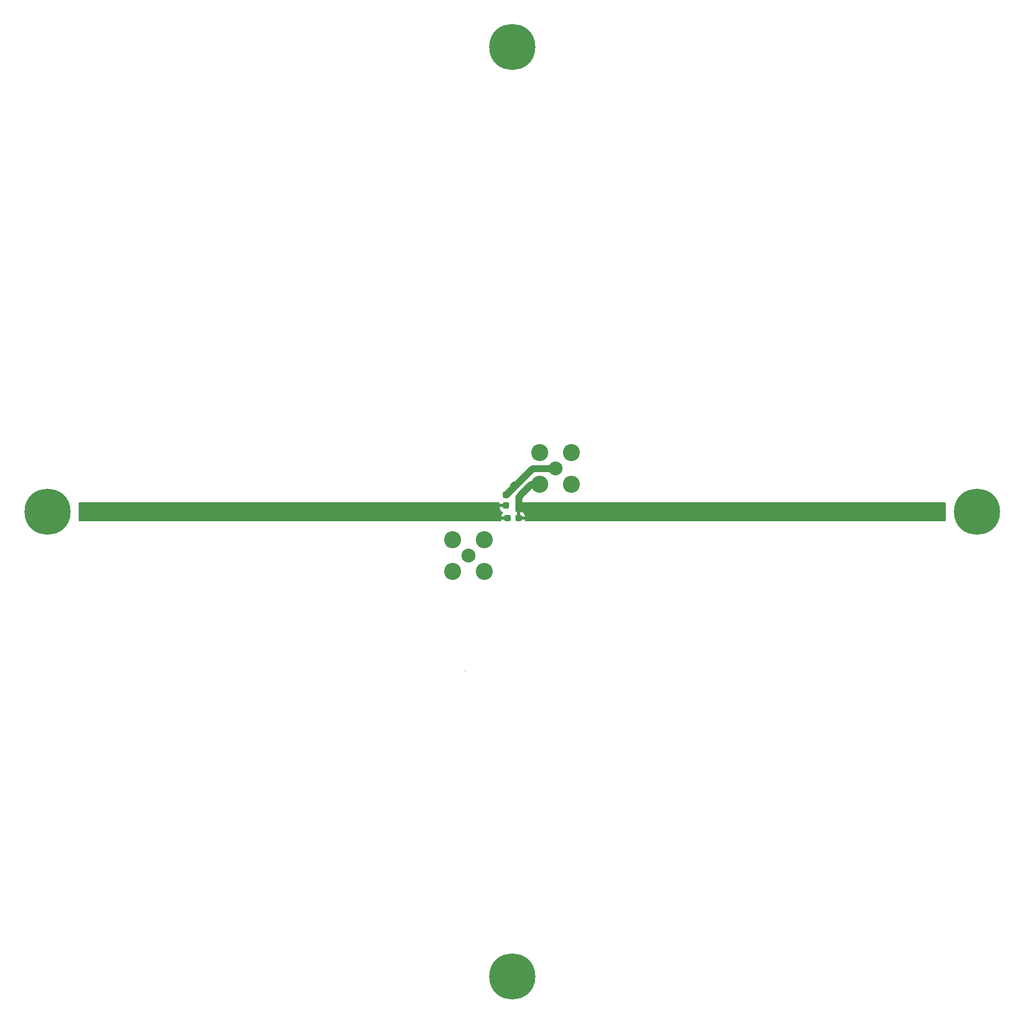
<source format=gbr>
%TF.GenerationSoftware,KiCad,Pcbnew,6.0.9+dfsg-1*%
%TF.CreationDate,2022-11-12T19:52:31+00:00*%
%TF.ProjectId,antenna,616e7465-6e6e-4612-9e6b-696361645f70,rev?*%
%TF.SameCoordinates,Original*%
%TF.FileFunction,Copper,L1,Top*%
%TF.FilePolarity,Positive*%
%FSLAX46Y46*%
G04 Gerber Fmt 4.6, Leading zero omitted, Abs format (unit mm)*
G04 Created by KiCad (PCBNEW 6.0.9+dfsg-1) date 2022-11-12 19:52:31*
%MOMM*%
%LPD*%
G01*
G04 APERTURE LIST*
G04 Aperture macros list*
%AMRoundRect*
0 Rectangle with rounded corners*
0 $1 Rounding radius*
0 $2 $3 $4 $5 $6 $7 $8 $9 X,Y pos of 4 corners*
0 Add a 4 corners polygon primitive as box body*
4,1,4,$2,$3,$4,$5,$6,$7,$8,$9,$2,$3,0*
0 Add four circle primitives for the rounded corners*
1,1,$1+$1,$2,$3*
1,1,$1+$1,$4,$5*
1,1,$1+$1,$6,$7*
1,1,$1+$1,$8,$9*
0 Add four rect primitives between the rounded corners*
20,1,$1+$1,$2,$3,$4,$5,0*
20,1,$1+$1,$4,$5,$6,$7,0*
20,1,$1+$1,$6,$7,$8,$9,0*
20,1,$1+$1,$8,$9,$2,$3,0*%
G04 Aperture macros list end*
%TA.AperFunction,NonConductor*%
%ADD10C,0.200000*%
%TD*%
%TA.AperFunction,SMDPad,CuDef*%
%ADD11RoundRect,0.237500X-0.300000X-0.237500X0.300000X-0.237500X0.300000X0.237500X-0.300000X0.237500X0*%
%TD*%
%TA.AperFunction,SMDPad,CuDef*%
%ADD12RoundRect,0.237500X0.237500X-0.287500X0.237500X0.287500X-0.237500X0.287500X-0.237500X-0.287500X0*%
%TD*%
%TA.AperFunction,WasherPad*%
%ADD13C,2.740000*%
%TD*%
%TA.AperFunction,ComponentPad*%
%ADD14C,2.240000*%
%TD*%
%TA.AperFunction,ComponentPad*%
%ADD15C,2.740000*%
%TD*%
%TA.AperFunction,SMDPad,CuDef*%
%ADD16RoundRect,0.237500X-0.380070X0.044194X0.044194X-0.380070X0.380070X-0.044194X-0.044194X0.380070X0*%
%TD*%
%TA.AperFunction,ConnectorPad*%
%ADD17C,7.400000*%
%TD*%
%TA.AperFunction,ComponentPad*%
%ADD18C,4.100000*%
%TD*%
%TA.AperFunction,Conductor*%
%ADD19C,1.090000*%
%TD*%
G04 APERTURE END LIST*
D10*
X127500000Y-134000000D02*
X127500000Y-134000000D01*
X127500000Y-134000000D02*
X127500000Y-134000000D01*
X127500000Y-134000000D02*
X127500000Y-134000000D01*
X127500000Y-134000000D02*
X127500000Y-134000000D01*
D11*
X134275000Y-109500000D03*
X136000000Y-109500000D03*
D12*
X134000000Y-107500000D03*
X134000000Y-105750000D03*
D13*
X125460000Y-112960000D03*
X125460000Y-118040000D03*
X130540000Y-118040000D03*
D14*
X128000000Y-115500000D03*
D15*
X130540000Y-112960000D03*
D16*
X135280240Y-104280240D03*
X136500000Y-105500000D03*
D13*
X139460000Y-98960000D03*
X144540000Y-104040000D03*
X144540000Y-98960000D03*
D14*
X142000000Y-101500000D03*
D15*
X139460000Y-104040000D03*
D17*
X135000000Y-183000000D03*
D18*
X135000000Y-183000000D03*
X60500000Y-108500000D03*
D17*
X60500000Y-108500000D03*
X135000000Y-34000000D03*
D18*
X135000000Y-34000000D03*
X209500000Y-108500000D03*
D17*
X209500000Y-108500000D03*
D19*
X136000000Y-106080000D02*
X136000000Y-107500000D01*
X139460000Y-104040000D02*
X137960000Y-104040000D01*
X137960000Y-104040000D02*
X136500000Y-105500000D01*
X137540000Y-104540000D02*
X136000000Y-106080000D01*
X138250000Y-101500000D02*
X134000000Y-105750000D01*
X142000000Y-101500000D02*
X138250000Y-101500000D01*
%TA.AperFunction,Conductor*%
G36*
X132962249Y-107020002D02*
G01*
X133008742Y-107073658D01*
X133019472Y-107138844D01*
X133017328Y-107159772D01*
X133017000Y-107166185D01*
X133017000Y-107227885D01*
X133021475Y-107243124D01*
X133022865Y-107244329D01*
X133030548Y-107246000D01*
X134128000Y-107246000D01*
X134196121Y-107266002D01*
X134242614Y-107319658D01*
X134254000Y-107372000D01*
X134254000Y-107628000D01*
X134233998Y-107696121D01*
X134180342Y-107742614D01*
X134128000Y-107754000D01*
X133035115Y-107754000D01*
X133019876Y-107758475D01*
X133018671Y-107759865D01*
X133017000Y-107767548D01*
X133017000Y-107833766D01*
X133017337Y-107840282D01*
X133027075Y-107934132D01*
X133029968Y-107947528D01*
X133080488Y-108098953D01*
X133086653Y-108112115D01*
X133170426Y-108247492D01*
X133179460Y-108258890D01*
X133292129Y-108371363D01*
X133303540Y-108380375D01*
X133439063Y-108463912D01*
X133452239Y-108470055D01*
X133454236Y-108470718D01*
X133455423Y-108471540D01*
X133458875Y-108473150D01*
X133458599Y-108473741D01*
X133512596Y-108511149D01*
X133539832Y-108576714D01*
X133527298Y-108646595D01*
X133503741Y-108679329D01*
X133391137Y-108792129D01*
X133382125Y-108803540D01*
X133298588Y-108939063D01*
X133292444Y-108952241D01*
X133242185Y-109103766D01*
X133239319Y-109117132D01*
X133229828Y-109209770D01*
X133229500Y-109216185D01*
X133229500Y-109227885D01*
X133233975Y-109243124D01*
X133235365Y-109244329D01*
X133243048Y-109246000D01*
X134403000Y-109246000D01*
X134471121Y-109266002D01*
X134500000Y-109299330D01*
X134500000Y-109703918D01*
X134455342Y-109742614D01*
X134403000Y-109754000D01*
X133247615Y-109754000D01*
X133232376Y-109758475D01*
X133231171Y-109759865D01*
X133229500Y-109767548D01*
X133229500Y-109783766D01*
X133229837Y-109790280D01*
X133237175Y-109860995D01*
X133224311Y-109930817D01*
X133175740Y-109982599D01*
X133111848Y-110000000D01*
X65626000Y-110000000D01*
X65557879Y-109979998D01*
X65511386Y-109926342D01*
X65500000Y-109874000D01*
X65500000Y-107126000D01*
X65520002Y-107057879D01*
X65573658Y-107011386D01*
X65626000Y-107000000D01*
X132894128Y-107000000D01*
X132962249Y-107020002D01*
G37*
%TD.AperFunction*%
%TA.AperFunction,Conductor*%
G36*
X204442121Y-107020002D02*
G01*
X204488614Y-107073658D01*
X204500000Y-107126000D01*
X204500000Y-109874000D01*
X204479998Y-109942121D01*
X204426342Y-109988614D01*
X204374000Y-110000000D01*
X137163249Y-110000000D01*
X137095128Y-109979998D01*
X137048635Y-109926342D01*
X137037905Y-109861157D01*
X137045172Y-109790230D01*
X137045500Y-109783815D01*
X137045500Y-109772115D01*
X137041025Y-109756876D01*
X137039635Y-109755671D01*
X137031952Y-109754000D01*
X135872000Y-109754000D01*
X135803879Y-109733998D01*
X135757386Y-109680342D01*
X135746000Y-109628000D01*
X135746000Y-109227885D01*
X136254000Y-109227885D01*
X136258475Y-109243124D01*
X136259865Y-109244329D01*
X136267548Y-109246000D01*
X137027385Y-109246000D01*
X137042624Y-109241525D01*
X137043829Y-109240135D01*
X137045500Y-109232452D01*
X137045500Y-109216234D01*
X137045163Y-109209718D01*
X137035425Y-109115868D01*
X137032532Y-109102472D01*
X136982012Y-108951047D01*
X136975847Y-108937885D01*
X136892074Y-108802508D01*
X136883040Y-108791110D01*
X136770371Y-108678637D01*
X136758960Y-108669625D01*
X136623437Y-108586088D01*
X136610259Y-108579944D01*
X136458734Y-108529685D01*
X136445368Y-108526819D01*
X136352730Y-108517328D01*
X136346315Y-108517000D01*
X136272115Y-108517000D01*
X136256876Y-108521475D01*
X136255671Y-108522865D01*
X136254000Y-108530548D01*
X136254000Y-109227885D01*
X135746000Y-109227885D01*
X135746000Y-108535115D01*
X135741525Y-108519876D01*
X135740135Y-108518671D01*
X135732452Y-108517000D01*
X135653734Y-108517000D01*
X135647231Y-108517337D01*
X135639009Y-108518190D01*
X135569187Y-108505328D01*
X135517403Y-108456759D01*
X135500000Y-108392863D01*
X135500000Y-107126000D01*
X135520002Y-107057879D01*
X135573658Y-107011386D01*
X135626000Y-107000000D01*
X204374000Y-107000000D01*
X204442121Y-107020002D01*
G37*
%TD.AperFunction*%
M02*

</source>
